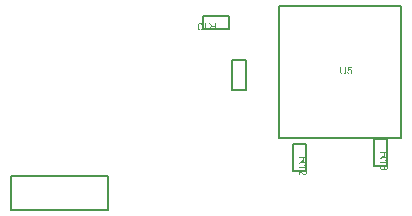
<source format=gbr>
G04*
G04 #@! TF.GenerationSoftware,Altium Limited,Altium Designer,25.8.1 (18)*
G04*
G04 Layer_Color=8388736*
%FSLAX44Y44*%
%MOMM*%
G71*
G04*
G04 #@! TF.SameCoordinates,DC2A109C-38F9-4662-A5C9-921089D2BF11*
G04*
G04*
G04 #@! TF.FilePolarity,Positive*
G04*
G01*
G75*
%ADD12C,0.2000*%
G36*
X-22224Y44391D02*
X-25141D01*
X-25196Y44396D01*
X-25270D01*
X-25353Y44401D01*
X-25441Y44405D01*
X-25543Y44415D01*
X-25645Y44424D01*
X-25751Y44433D01*
X-25968Y44465D01*
X-26070Y44484D01*
X-26172Y44507D01*
X-26269Y44535D01*
X-26357Y44567D01*
X-26361D01*
X-26375Y44576D01*
X-26398Y44585D01*
X-26430Y44599D01*
X-26467Y44618D01*
X-26509Y44646D01*
X-26560Y44673D01*
X-26611Y44706D01*
X-26666Y44747D01*
X-26726Y44789D01*
X-26786Y44840D01*
X-26847Y44895D01*
X-26902Y44960D01*
X-26962Y45025D01*
X-27018Y45099D01*
X-27069Y45177D01*
X-27073Y45182D01*
X-27082Y45196D01*
X-27092Y45219D01*
X-27110Y45251D01*
X-27129Y45293D01*
X-27152Y45344D01*
X-27179Y45399D01*
X-27202Y45459D01*
X-27226Y45529D01*
X-27253Y45602D01*
X-27276Y45681D01*
X-27295Y45764D01*
X-27313Y45852D01*
X-27327Y45945D01*
X-27332Y46042D01*
X-27337Y46139D01*
Y46148D01*
Y46167D01*
X-27332Y46203D01*
Y46254D01*
X-27323Y46310D01*
X-27313Y46379D01*
X-27300Y46453D01*
X-27281Y46536D01*
X-27258Y46624D01*
X-27230Y46717D01*
X-27193Y46814D01*
X-27152Y46911D01*
X-27101Y47008D01*
X-27041Y47100D01*
X-26971Y47197D01*
X-26893Y47285D01*
X-26888Y47290D01*
X-26874Y47304D01*
X-26847Y47327D01*
X-26810Y47359D01*
X-26763Y47396D01*
X-26703Y47438D01*
X-26639Y47484D01*
X-26560Y47535D01*
X-26467Y47586D01*
X-26370Y47637D01*
X-26255Y47683D01*
X-26135Y47734D01*
X-26001Y47775D01*
X-25857Y47817D01*
X-25700Y47849D01*
X-25534Y47877D01*
X-25538D01*
X-25548Y47886D01*
X-25566Y47891D01*
X-25589Y47905D01*
X-25617Y47919D01*
X-25649Y47937D01*
X-25723Y47979D01*
X-25807Y48025D01*
X-25890Y48080D01*
X-25968Y48136D01*
X-26042Y48196D01*
X-26047Y48200D01*
X-26061Y48210D01*
X-26079Y48233D01*
X-26107Y48256D01*
X-26139Y48293D01*
X-26176Y48330D01*
X-26223Y48376D01*
X-26269Y48432D01*
X-26320Y48492D01*
X-26375Y48556D01*
X-26435Y48626D01*
X-26495Y48700D01*
X-26555Y48783D01*
X-26620Y48866D01*
X-26745Y49051D01*
X-27850Y50789D01*
X-26791D01*
X-25945Y49458D01*
X-25940Y49453D01*
X-25927Y49435D01*
X-25908Y49402D01*
X-25885Y49366D01*
X-25853Y49315D01*
X-25816Y49259D01*
X-25774Y49199D01*
X-25733Y49134D01*
X-25635Y48991D01*
X-25534Y48843D01*
X-25432Y48704D01*
X-25381Y48640D01*
X-25335Y48580D01*
X-25330Y48575D01*
X-25326Y48566D01*
X-25312Y48552D01*
X-25293Y48529D01*
X-25247Y48473D01*
X-25192Y48409D01*
X-25122Y48339D01*
X-25053Y48265D01*
X-24979Y48200D01*
X-24905Y48150D01*
X-24896Y48145D01*
X-24873Y48131D01*
X-24836Y48108D01*
X-24785Y48085D01*
X-24729Y48057D01*
X-24665Y48025D01*
X-24595Y48002D01*
X-24521Y47979D01*
X-24517D01*
X-24494Y47974D01*
X-24457Y47969D01*
X-24410Y47960D01*
X-24346Y47955D01*
X-24262Y47951D01*
X-24165Y47946D01*
X-23070D01*
Y50789D01*
X-22224D01*
Y44391D01*
D02*
G37*
G36*
X-30517Y45787D02*
X-30512Y45792D01*
X-30503Y45801D01*
X-30489Y45815D01*
X-30466Y45834D01*
X-30438Y45857D01*
X-30401Y45889D01*
X-30360Y45922D01*
X-30318Y45958D01*
X-30263Y45995D01*
X-30207Y46042D01*
X-30147Y46083D01*
X-30082Y46134D01*
X-30009Y46180D01*
X-29935Y46231D01*
X-29768Y46333D01*
X-29764Y46338D01*
X-29750Y46347D01*
X-29722Y46361D01*
X-29690Y46375D01*
X-29653Y46398D01*
X-29606Y46425D01*
X-29551Y46453D01*
X-29495Y46486D01*
X-29366Y46550D01*
X-29227Y46615D01*
X-29084Y46680D01*
X-28945Y46735D01*
Y45977D01*
X-28955Y45972D01*
X-28973Y45963D01*
X-29010Y45945D01*
X-29056Y45922D01*
X-29112Y45894D01*
X-29181Y45857D01*
X-29255Y45815D01*
X-29334Y45769D01*
X-29422Y45714D01*
X-29514Y45658D01*
X-29708Y45529D01*
X-29907Y45385D01*
X-30096Y45228D01*
X-30101Y45223D01*
X-30120Y45210D01*
X-30143Y45187D01*
X-30175Y45154D01*
X-30217Y45113D01*
X-30263Y45066D01*
X-30314Y45011D01*
X-30369Y44955D01*
X-30425Y44891D01*
X-30485Y44821D01*
X-30600Y44678D01*
X-30707Y44525D01*
X-30753Y44447D01*
X-30794Y44368D01*
X-31303D01*
Y50789D01*
X-30517D01*
Y45787D01*
D02*
G37*
G36*
X-35311Y50891D02*
X-35246Y50886D01*
X-35168Y50877D01*
X-35075Y50859D01*
X-34978Y50840D01*
X-34867Y50812D01*
X-34752Y50780D01*
X-34636Y50734D01*
X-34516Y50683D01*
X-34391Y50618D01*
X-34271Y50544D01*
X-34155Y50457D01*
X-34044Y50355D01*
X-33943Y50239D01*
Y50235D01*
X-33938Y50230D01*
X-33929Y50216D01*
X-33915Y50202D01*
X-33901Y50179D01*
X-33883Y50151D01*
X-33864Y50124D01*
X-33846Y50087D01*
X-33822Y50045D01*
X-33795Y49999D01*
X-33772Y49948D01*
X-33744Y49893D01*
X-33716Y49828D01*
X-33688Y49763D01*
X-33656Y49689D01*
X-33628Y49615D01*
X-33600Y49532D01*
X-33568Y49444D01*
X-33540Y49352D01*
X-33513Y49250D01*
X-33485Y49148D01*
X-33462Y49037D01*
X-33434Y48926D01*
X-33411Y48801D01*
X-33393Y48677D01*
X-33374Y48547D01*
X-33356Y48409D01*
X-33342Y48265D01*
X-33328Y48117D01*
X-33323Y47965D01*
X-33314Y47803D01*
Y47637D01*
Y47632D01*
Y47623D01*
Y47609D01*
Y47586D01*
Y47558D01*
Y47526D01*
X-33319Y47489D01*
Y47447D01*
X-33323Y47355D01*
X-33328Y47244D01*
X-33332Y47119D01*
X-33342Y46985D01*
X-33356Y46841D01*
X-33369Y46694D01*
X-33411Y46388D01*
X-33439Y46236D01*
X-33471Y46088D01*
X-33503Y45945D01*
X-33545Y45811D01*
X-33550Y45801D01*
X-33554Y45778D01*
X-33568Y45746D01*
X-33587Y45695D01*
X-33614Y45640D01*
X-33642Y45570D01*
X-33679Y45496D01*
X-33721Y45418D01*
X-33762Y45334D01*
X-33818Y45247D01*
X-33873Y45154D01*
X-33933Y45066D01*
X-34003Y44978D01*
X-34077Y44895D01*
X-34155Y44817D01*
X-34238Y44743D01*
X-34243Y44738D01*
X-34262Y44724D01*
X-34285Y44706D01*
X-34322Y44683D01*
X-34368Y44655D01*
X-34423Y44623D01*
X-34483Y44590D01*
X-34557Y44553D01*
X-34636Y44521D01*
X-34724Y44488D01*
X-34821Y44456D01*
X-34923Y44428D01*
X-35034Y44401D01*
X-35149Y44382D01*
X-35269Y44373D01*
X-35399Y44368D01*
X-35450D01*
X-35487Y44373D01*
X-35528D01*
X-35584Y44377D01*
X-35639Y44387D01*
X-35704Y44396D01*
X-35842Y44419D01*
X-35995Y44456D01*
X-36152Y44507D01*
X-36226Y44539D01*
X-36300Y44576D01*
X-36305D01*
X-36319Y44585D01*
X-36337Y44599D01*
X-36365Y44613D01*
X-36397Y44636D01*
X-36434Y44664D01*
X-36481Y44692D01*
X-36527Y44729D01*
X-36628Y44812D01*
X-36735Y44918D01*
X-36841Y45038D01*
X-36938Y45177D01*
X-36943Y45182D01*
X-36947Y45196D01*
X-36961Y45219D01*
X-36980Y45247D01*
X-37003Y45284D01*
X-37026Y45330D01*
X-37054Y45381D01*
X-37081Y45441D01*
X-37114Y45505D01*
X-37146Y45579D01*
X-37178Y45658D01*
X-37215Y45741D01*
X-37248Y45829D01*
X-37276Y45922D01*
X-37308Y46023D01*
X-37336Y46125D01*
Y46129D01*
X-37340Y46153D01*
X-37350Y46180D01*
X-37359Y46227D01*
X-37368Y46282D01*
X-37382Y46351D01*
X-37396Y46430D01*
X-37410Y46522D01*
X-37424Y46624D01*
X-37437Y46740D01*
X-37451Y46865D01*
X-37460Y46999D01*
X-37470Y47142D01*
X-37479Y47299D01*
X-37484Y47461D01*
Y47637D01*
Y47641D01*
Y47650D01*
Y47664D01*
Y47687D01*
Y47710D01*
Y47743D01*
X-37479Y47780D01*
Y47821D01*
X-37474Y47919D01*
X-37470Y48029D01*
X-37465Y48150D01*
X-37456Y48284D01*
X-37442Y48427D01*
X-37428Y48575D01*
X-37387Y48875D01*
X-37359Y49028D01*
X-37327Y49176D01*
X-37290Y49319D01*
X-37248Y49453D01*
X-37243Y49463D01*
X-37239Y49486D01*
X-37225Y49518D01*
X-37206Y49569D01*
X-37178Y49624D01*
X-37151Y49694D01*
X-37114Y49768D01*
X-37077Y49846D01*
X-37031Y49929D01*
X-36975Y50017D01*
X-36920Y50105D01*
X-36860Y50198D01*
X-36790Y50285D01*
X-36716Y50369D01*
X-36638Y50447D01*
X-36555Y50521D01*
X-36550Y50526D01*
X-36531Y50535D01*
X-36508Y50553D01*
X-36471Y50581D01*
X-36425Y50609D01*
X-36374Y50641D01*
X-36309Y50674D01*
X-36240Y50706D01*
X-36157Y50743D01*
X-36069Y50775D01*
X-35977Y50808D01*
X-35875Y50835D01*
X-35764Y50859D01*
X-35648Y50877D01*
X-35528Y50891D01*
X-35399Y50896D01*
X-35357D01*
X-35311Y50891D01*
D02*
G37*
G36*
X123623Y-61663D02*
X123618Y-61718D01*
Y-61792D01*
X123613Y-61875D01*
X123609Y-61963D01*
X123600Y-62065D01*
X123590Y-62167D01*
X123581Y-62273D01*
X123549Y-62490D01*
X123530Y-62592D01*
X123507Y-62694D01*
X123479Y-62791D01*
X123447Y-62878D01*
Y-62883D01*
X123438Y-62897D01*
X123428Y-62920D01*
X123415Y-62952D01*
X123396Y-62990D01*
X123368Y-63031D01*
X123341Y-63082D01*
X123308Y-63133D01*
X123267Y-63188D01*
X123225Y-63248D01*
X123174Y-63309D01*
X123119Y-63369D01*
X123054Y-63424D01*
X122989Y-63484D01*
X122915Y-63540D01*
X122837Y-63590D01*
X122832Y-63595D01*
X122818Y-63604D01*
X122795Y-63614D01*
X122763Y-63632D01*
X122721Y-63650D01*
X122670Y-63674D01*
X122615Y-63701D01*
X122555Y-63724D01*
X122485Y-63748D01*
X122411Y-63775D01*
X122333Y-63798D01*
X122250Y-63817D01*
X122162Y-63836D01*
X122069Y-63849D01*
X121972Y-63854D01*
X121875Y-63859D01*
X121866D01*
X121847D01*
X121810Y-63854D01*
X121760D01*
X121704Y-63845D01*
X121635Y-63836D01*
X121561Y-63822D01*
X121478Y-63803D01*
X121390Y-63780D01*
X121297Y-63752D01*
X121200Y-63715D01*
X121103Y-63674D01*
X121006Y-63623D01*
X120914Y-63563D01*
X120816Y-63493D01*
X120729Y-63415D01*
X120724Y-63410D01*
X120710Y-63396D01*
X120687Y-63369D01*
X120655Y-63332D01*
X120618Y-63285D01*
X120576Y-63225D01*
X120530Y-63161D01*
X120479Y-63082D01*
X120428Y-62990D01*
X120377Y-62892D01*
X120331Y-62777D01*
X120280Y-62657D01*
X120239Y-62523D01*
X120197Y-62379D01*
X120165Y-62222D01*
X120137Y-62056D01*
Y-62060D01*
X120128Y-62070D01*
X120123Y-62088D01*
X120109Y-62111D01*
X120095Y-62139D01*
X120077Y-62171D01*
X120035Y-62245D01*
X119989Y-62328D01*
X119934Y-62412D01*
X119878Y-62490D01*
X119818Y-62564D01*
X119813Y-62569D01*
X119804Y-62583D01*
X119781Y-62601D01*
X119758Y-62629D01*
X119721Y-62661D01*
X119684Y-62698D01*
X119638Y-62744D01*
X119582Y-62791D01*
X119522Y-62842D01*
X119457Y-62897D01*
X119388Y-62957D01*
X119314Y-63017D01*
X119231Y-63077D01*
X119148Y-63142D01*
X118963Y-63267D01*
X117225Y-64372D01*
Y-63313D01*
X118556Y-62467D01*
X118561Y-62463D01*
X118579Y-62449D01*
X118611Y-62430D01*
X118649Y-62407D01*
X118699Y-62375D01*
X118755Y-62338D01*
X118815Y-62296D01*
X118880Y-62255D01*
X119023Y-62157D01*
X119171Y-62056D01*
X119310Y-61954D01*
X119374Y-61903D01*
X119434Y-61857D01*
X119439Y-61852D01*
X119448Y-61848D01*
X119462Y-61834D01*
X119485Y-61815D01*
X119541Y-61769D01*
X119605Y-61714D01*
X119675Y-61644D01*
X119749Y-61575D01*
X119813Y-61501D01*
X119864Y-61427D01*
X119869Y-61418D01*
X119883Y-61395D01*
X119906Y-61358D01*
X119929Y-61307D01*
X119957Y-61251D01*
X119989Y-61187D01*
X120012Y-61117D01*
X120035Y-61043D01*
Y-61039D01*
X120040Y-61016D01*
X120044Y-60979D01*
X120054Y-60932D01*
X120058Y-60868D01*
X120063Y-60784D01*
X120068Y-60687D01*
Y-59592D01*
X117225D01*
Y-58746D01*
X123623D01*
Y-61663D01*
D02*
G37*
G36*
X122042Y-65477D02*
X122051Y-65495D01*
X122069Y-65532D01*
X122092Y-65578D01*
X122120Y-65634D01*
X122157Y-65703D01*
X122199Y-65777D01*
X122245Y-65856D01*
X122301Y-65943D01*
X122356Y-66036D01*
X122485Y-66230D01*
X122629Y-66429D01*
X122786Y-66618D01*
X122790Y-66623D01*
X122804Y-66642D01*
X122828Y-66665D01*
X122860Y-66697D01*
X122901Y-66739D01*
X122948Y-66785D01*
X123003Y-66836D01*
X123059Y-66891D01*
X123123Y-66947D01*
X123193Y-67007D01*
X123336Y-67122D01*
X123489Y-67229D01*
X123567Y-67275D01*
X123646Y-67316D01*
Y-67825D01*
X117225D01*
Y-67039D01*
X122226D01*
X122222Y-67034D01*
X122213Y-67025D01*
X122199Y-67011D01*
X122180Y-66988D01*
X122157Y-66961D01*
X122125Y-66923D01*
X122092Y-66882D01*
X122056Y-66840D01*
X122018Y-66785D01*
X121972Y-66729D01*
X121931Y-66669D01*
X121880Y-66604D01*
X121834Y-66531D01*
X121783Y-66457D01*
X121681Y-66290D01*
X121676Y-66286D01*
X121667Y-66272D01*
X121653Y-66244D01*
X121639Y-66212D01*
X121616Y-66175D01*
X121589Y-66128D01*
X121561Y-66073D01*
X121529Y-66017D01*
X121464Y-65888D01*
X121399Y-65749D01*
X121334Y-65606D01*
X121279Y-65467D01*
X122037D01*
X122042Y-65477D01*
D02*
G37*
G36*
X119018Y-70626D02*
X119009D01*
X118990Y-70631D01*
X118954Y-70640D01*
X118907Y-70654D01*
X118852Y-70668D01*
X118792Y-70686D01*
X118722Y-70710D01*
X118649Y-70733D01*
X118487Y-70797D01*
X118329Y-70876D01*
X118251Y-70922D01*
X118177Y-70973D01*
X118112Y-71024D01*
X118052Y-71084D01*
X118048Y-71089D01*
X118038Y-71098D01*
X118024Y-71116D01*
X118006Y-71144D01*
X117983Y-71172D01*
X117960Y-71213D01*
X117932Y-71255D01*
X117909Y-71306D01*
X117881Y-71361D01*
X117853Y-71421D01*
X117830Y-71486D01*
X117807Y-71556D01*
X117789Y-71630D01*
X117775Y-71708D01*
X117766Y-71787D01*
X117761Y-71874D01*
Y-71898D01*
X117766Y-71930D01*
Y-71967D01*
X117775Y-72018D01*
X117779Y-72073D01*
X117793Y-72133D01*
X117807Y-72203D01*
X117830Y-72272D01*
X117853Y-72351D01*
X117886Y-72429D01*
X117923Y-72508D01*
X117969Y-72586D01*
X118020Y-72665D01*
X118075Y-72739D01*
X118145Y-72813D01*
X118149Y-72818D01*
X118163Y-72831D01*
X118182Y-72850D01*
X118214Y-72873D01*
X118251Y-72901D01*
X118297Y-72933D01*
X118348Y-72970D01*
X118408Y-73007D01*
X118473Y-73039D01*
X118547Y-73076D01*
X118621Y-73109D01*
X118709Y-73137D01*
X118796Y-73160D01*
X118889Y-73178D01*
X118990Y-73192D01*
X119092Y-73197D01*
X119097D01*
X119115D01*
X119143D01*
X119185Y-73192D01*
X119226Y-73187D01*
X119282Y-73178D01*
X119342Y-73169D01*
X119407Y-73150D01*
X119476Y-73132D01*
X119550Y-73109D01*
X119624Y-73081D01*
X119698Y-73049D01*
X119772Y-73007D01*
X119846Y-72956D01*
X119915Y-72905D01*
X119984Y-72841D01*
X119989Y-72836D01*
X119998Y-72827D01*
X120017Y-72804D01*
X120040Y-72776D01*
X120068Y-72744D01*
X120095Y-72702D01*
X120128Y-72651D01*
X120160Y-72596D01*
X120192Y-72536D01*
X120225Y-72466D01*
X120253Y-72392D01*
X120280Y-72314D01*
X120303Y-72231D01*
X120322Y-72138D01*
X120331Y-72046D01*
X120336Y-71944D01*
Y-71902D01*
X120331Y-71856D01*
X120326Y-71791D01*
X120317Y-71708D01*
X120299Y-71616D01*
X120280Y-71509D01*
X120253Y-71389D01*
X120941Y-71477D01*
Y-71491D01*
X120937Y-71505D01*
Y-71523D01*
X120932Y-71565D01*
Y-71653D01*
X120937Y-71685D01*
X120941Y-71731D01*
X120946Y-71782D01*
X120955Y-71838D01*
X120964Y-71902D01*
X120978Y-71972D01*
X120997Y-72041D01*
X121043Y-72193D01*
X121071Y-72272D01*
X121108Y-72351D01*
X121145Y-72429D01*
X121191Y-72503D01*
X121196Y-72508D01*
X121205Y-72522D01*
X121219Y-72540D01*
X121242Y-72568D01*
X121270Y-72596D01*
X121302Y-72633D01*
X121343Y-72665D01*
X121390Y-72707D01*
X121445Y-72744D01*
X121505Y-72781D01*
X121570Y-72813D01*
X121644Y-72841D01*
X121723Y-72868D01*
X121810Y-72887D01*
X121903Y-72901D01*
X122000Y-72905D01*
X122005D01*
X122018D01*
X122042D01*
X122074Y-72901D01*
X122106Y-72896D01*
X122153Y-72892D01*
X122199Y-72882D01*
X122250Y-72868D01*
X122361Y-72831D01*
X122421Y-72808D01*
X122481Y-72781D01*
X122541Y-72748D01*
X122601Y-72707D01*
X122656Y-72660D01*
X122712Y-72610D01*
X122717Y-72605D01*
X122726Y-72596D01*
X122740Y-72582D01*
X122758Y-72559D01*
X122777Y-72526D01*
X122804Y-72494D01*
X122828Y-72452D01*
X122855Y-72406D01*
X122883Y-72355D01*
X122906Y-72300D01*
X122934Y-72235D01*
X122952Y-72170D01*
X122971Y-72096D01*
X122985Y-72022D01*
X122994Y-71939D01*
X122999Y-71856D01*
Y-71810D01*
X122994Y-71782D01*
X122989Y-71740D01*
X122985Y-71694D01*
X122975Y-71643D01*
X122962Y-71588D01*
X122929Y-71468D01*
X122906Y-71408D01*
X122874Y-71343D01*
X122841Y-71278D01*
X122804Y-71213D01*
X122758Y-71153D01*
X122707Y-71093D01*
X122703Y-71089D01*
X122693Y-71079D01*
X122675Y-71066D01*
X122652Y-71042D01*
X122624Y-71019D01*
X122587Y-70992D01*
X122541Y-70964D01*
X122495Y-70932D01*
X122435Y-70899D01*
X122370Y-70867D01*
X122301Y-70830D01*
X122222Y-70802D01*
X122139Y-70770D01*
X122051Y-70746D01*
X121954Y-70723D01*
X121847Y-70705D01*
X121986Y-69919D01*
X121991D01*
X121995D01*
X122023Y-69928D01*
X122060Y-69938D01*
X122116Y-69951D01*
X122185Y-69970D01*
X122259Y-69993D01*
X122342Y-70021D01*
X122435Y-70053D01*
X122532Y-70095D01*
X122633Y-70141D01*
X122735Y-70196D01*
X122837Y-70257D01*
X122938Y-70321D01*
X123035Y-70395D01*
X123128Y-70478D01*
X123211Y-70571D01*
X123216Y-70575D01*
X123230Y-70594D01*
X123253Y-70622D01*
X123280Y-70663D01*
X123313Y-70714D01*
X123350Y-70774D01*
X123387Y-70844D01*
X123428Y-70922D01*
X123470Y-71010D01*
X123507Y-71107D01*
X123544Y-71209D01*
X123576Y-71320D01*
X123604Y-71440D01*
X123627Y-71569D01*
X123641Y-71704D01*
X123646Y-71842D01*
Y-71893D01*
X123641Y-71930D01*
Y-71976D01*
X123632Y-72032D01*
X123627Y-72092D01*
X123618Y-72157D01*
X123604Y-72231D01*
X123590Y-72304D01*
X123549Y-72466D01*
X123525Y-72554D01*
X123493Y-72637D01*
X123461Y-72720D01*
X123419Y-72804D01*
X123415Y-72808D01*
X123410Y-72822D01*
X123396Y-72845D01*
X123378Y-72878D01*
X123355Y-72915D01*
X123327Y-72956D01*
X123294Y-73003D01*
X123257Y-73053D01*
X123170Y-73164D01*
X123063Y-73275D01*
X122943Y-73382D01*
X122874Y-73432D01*
X122804Y-73479D01*
X122800Y-73483D01*
X122786Y-73488D01*
X122767Y-73502D01*
X122735Y-73516D01*
X122703Y-73534D01*
X122656Y-73553D01*
X122610Y-73576D01*
X122555Y-73599D01*
X122495Y-73617D01*
X122435Y-73640D01*
X122296Y-73677D01*
X122143Y-73705D01*
X122065Y-73710D01*
X121981Y-73714D01*
X121977D01*
X121963D01*
X121940D01*
X121912Y-73710D01*
X121875D01*
X121834Y-73700D01*
X121783Y-73696D01*
X121732Y-73687D01*
X121612Y-73659D01*
X121487Y-73617D01*
X121422Y-73594D01*
X121353Y-73562D01*
X121288Y-73530D01*
X121223Y-73488D01*
X121219Y-73483D01*
X121209Y-73479D01*
X121191Y-73465D01*
X121168Y-73446D01*
X121140Y-73423D01*
X121108Y-73395D01*
X121071Y-73363D01*
X121029Y-73321D01*
X120988Y-73280D01*
X120946Y-73229D01*
X120900Y-73178D01*
X120854Y-73118D01*
X120812Y-73053D01*
X120766Y-72984D01*
X120724Y-72910D01*
X120687Y-72831D01*
Y-72836D01*
X120682Y-72854D01*
X120673Y-72887D01*
X120659Y-72924D01*
X120646Y-72975D01*
X120622Y-73030D01*
X120599Y-73090D01*
X120567Y-73155D01*
X120535Y-73224D01*
X120493Y-73298D01*
X120451Y-73372D01*
X120400Y-73446D01*
X120345Y-73516D01*
X120285Y-73585D01*
X120216Y-73654D01*
X120142Y-73714D01*
X120137Y-73719D01*
X120123Y-73728D01*
X120100Y-73742D01*
X120068Y-73765D01*
X120026Y-73788D01*
X119980Y-73816D01*
X119924Y-73844D01*
X119860Y-73872D01*
X119786Y-73899D01*
X119707Y-73932D01*
X119624Y-73955D01*
X119531Y-73978D01*
X119434Y-74001D01*
X119333Y-74015D01*
X119226Y-74024D01*
X119111Y-74029D01*
X119101D01*
X119074D01*
X119028Y-74024D01*
X118972Y-74019D01*
X118898Y-74010D01*
X118815Y-73996D01*
X118722Y-73978D01*
X118621Y-73950D01*
X118510Y-73918D01*
X118399Y-73881D01*
X118279Y-73830D01*
X118158Y-73770D01*
X118038Y-73700D01*
X117918Y-73617D01*
X117802Y-73520D01*
X117691Y-73414D01*
X117687Y-73405D01*
X117668Y-73386D01*
X117636Y-73354D01*
X117599Y-73303D01*
X117557Y-73243D01*
X117507Y-73173D01*
X117456Y-73086D01*
X117400Y-72993D01*
X117345Y-72887D01*
X117294Y-72767D01*
X117243Y-72642D01*
X117201Y-72503D01*
X117164Y-72360D01*
X117132Y-72203D01*
X117114Y-72041D01*
X117109Y-71870D01*
Y-71833D01*
X117114Y-71787D01*
X117118Y-71731D01*
X117123Y-71657D01*
X117137Y-71574D01*
X117151Y-71482D01*
X117174Y-71380D01*
X117197Y-71273D01*
X117229Y-71158D01*
X117271Y-71042D01*
X117322Y-70922D01*
X117377Y-70807D01*
X117442Y-70691D01*
X117521Y-70575D01*
X117608Y-70469D01*
X117613Y-70465D01*
X117631Y-70446D01*
X117659Y-70418D01*
X117701Y-70381D01*
X117752Y-70340D01*
X117812Y-70289D01*
X117881Y-70238D01*
X117960Y-70183D01*
X118048Y-70127D01*
X118149Y-70072D01*
X118256Y-70021D01*
X118371Y-69970D01*
X118496Y-69928D01*
X118625Y-69887D01*
X118764Y-69859D01*
X118912Y-69840D01*
X119018Y-70626D01*
D02*
G37*
G36*
X88127Y9899D02*
Y9894D01*
Y9890D01*
Y9876D01*
Y9857D01*
Y9834D01*
Y9807D01*
X88123Y9742D01*
Y9659D01*
X88118Y9566D01*
X88109Y9460D01*
X88099Y9349D01*
X88086Y9229D01*
X88072Y9104D01*
X88035Y8850D01*
X88007Y8720D01*
X87979Y8600D01*
X87942Y8480D01*
X87905Y8369D01*
X87901Y8364D01*
X87896Y8346D01*
X87882Y8313D01*
X87864Y8276D01*
X87836Y8225D01*
X87808Y8170D01*
X87771Y8110D01*
X87725Y8041D01*
X87674Y7967D01*
X87619Y7893D01*
X87554Y7819D01*
X87480Y7740D01*
X87402Y7661D01*
X87318Y7588D01*
X87221Y7514D01*
X87120Y7444D01*
X87115Y7440D01*
X87092Y7430D01*
X87059Y7412D01*
X87018Y7389D01*
X86958Y7361D01*
X86893Y7333D01*
X86810Y7301D01*
X86722Y7269D01*
X86616Y7236D01*
X86505Y7204D01*
X86384Y7176D01*
X86250Y7148D01*
X86107Y7125D01*
X85955Y7107D01*
X85797Y7097D01*
X85626Y7093D01*
X85539D01*
X85478Y7097D01*
X85400Y7102D01*
X85312Y7111D01*
X85210Y7121D01*
X85104Y7130D01*
X84988Y7148D01*
X84868Y7167D01*
X84748Y7195D01*
X84623Y7222D01*
X84503Y7259D01*
X84378Y7301D01*
X84263Y7347D01*
X84152Y7403D01*
X84147Y7407D01*
X84129Y7416D01*
X84096Y7435D01*
X84059Y7458D01*
X84013Y7491D01*
X83958Y7532D01*
X83902Y7578D01*
X83837Y7629D01*
X83773Y7689D01*
X83703Y7759D01*
X83634Y7828D01*
X83569Y7911D01*
X83504Y7994D01*
X83444Y8091D01*
X83389Y8188D01*
X83338Y8295D01*
X83333Y8304D01*
X83329Y8323D01*
X83315Y8355D01*
X83301Y8401D01*
X83283Y8461D01*
X83264Y8535D01*
X83241Y8618D01*
X83218Y8716D01*
X83195Y8826D01*
X83172Y8947D01*
X83153Y9076D01*
X83135Y9219D01*
X83121Y9372D01*
X83107Y9538D01*
X83102Y9714D01*
X83098Y9899D01*
Y13597D01*
X83944D01*
Y9904D01*
Y9894D01*
Y9867D01*
Y9825D01*
X83948Y9769D01*
Y9700D01*
X83953Y9622D01*
X83958Y9534D01*
X83962Y9437D01*
X83971Y9340D01*
X83981Y9238D01*
X84008Y9035D01*
X84027Y8937D01*
X84045Y8840D01*
X84068Y8752D01*
X84096Y8674D01*
Y8669D01*
X84105Y8655D01*
X84115Y8637D01*
X84129Y8609D01*
X84142Y8577D01*
X84165Y8540D01*
X84221Y8452D01*
X84295Y8355D01*
X84337Y8304D01*
X84387Y8253D01*
X84438Y8202D01*
X84498Y8156D01*
X84558Y8110D01*
X84628Y8068D01*
X84632D01*
X84646Y8059D01*
X84665Y8050D01*
X84697Y8036D01*
X84734Y8018D01*
X84776Y7999D01*
X84827Y7980D01*
X84887Y7962D01*
X84951Y7944D01*
X85021Y7925D01*
X85095Y7907D01*
X85178Y7888D01*
X85266Y7874D01*
X85358Y7865D01*
X85451Y7860D01*
X85552Y7856D01*
X85594D01*
X85640Y7860D01*
X85705D01*
X85784Y7869D01*
X85867Y7879D01*
X85964Y7893D01*
X86070Y7907D01*
X86176Y7930D01*
X86287Y7957D01*
X86398Y7994D01*
X86509Y8031D01*
X86616Y8082D01*
X86713Y8138D01*
X86805Y8202D01*
X86884Y8276D01*
X86888Y8281D01*
X86902Y8295D01*
X86921Y8323D01*
X86944Y8360D01*
X86976Y8410D01*
X87008Y8475D01*
X87045Y8549D01*
X87083Y8641D01*
X87120Y8743D01*
X87156Y8859D01*
X87189Y8993D01*
X87221Y9141D01*
X87244Y9307D01*
X87263Y9488D01*
X87277Y9686D01*
X87281Y9904D01*
Y13597D01*
X88127D01*
Y9899D01*
D02*
G37*
G36*
X93161Y12765D02*
X90601D01*
X90258Y11041D01*
X90263Y11045D01*
X90286Y11059D01*
X90314Y11078D01*
X90360Y11106D01*
X90411Y11133D01*
X90471Y11170D01*
X90545Y11203D01*
X90624Y11244D01*
X90711Y11281D01*
X90804Y11318D01*
X90906Y11351D01*
X91007Y11378D01*
X91118Y11406D01*
X91229Y11424D01*
X91349Y11438D01*
X91465Y11443D01*
X91502D01*
X91548Y11438D01*
X91604Y11434D01*
X91678Y11424D01*
X91761Y11411D01*
X91858Y11392D01*
X91960Y11369D01*
X92066Y11341D01*
X92182Y11300D01*
X92297Y11253D01*
X92417Y11198D01*
X92537Y11129D01*
X92658Y11055D01*
X92773Y10962D01*
X92884Y10861D01*
X92889Y10856D01*
X92907Y10833D01*
X92940Y10800D01*
X92977Y10754D01*
X93018Y10699D01*
X93069Y10629D01*
X93120Y10546D01*
X93175Y10454D01*
X93226Y10352D01*
X93277Y10241D01*
X93328Y10116D01*
X93374Y9987D01*
X93406Y9844D01*
X93439Y9691D01*
X93457Y9534D01*
X93462Y9367D01*
Y9363D01*
Y9358D01*
Y9344D01*
Y9330D01*
X93457Y9284D01*
X93453Y9224D01*
X93448Y9145D01*
X93434Y9058D01*
X93420Y8960D01*
X93397Y8854D01*
X93370Y8739D01*
X93337Y8618D01*
X93295Y8494D01*
X93249Y8369D01*
X93189Y8239D01*
X93120Y8115D01*
X93041Y7990D01*
X92954Y7869D01*
X92944Y7860D01*
X92926Y7837D01*
X92889Y7800D01*
X92843Y7749D01*
X92778Y7689D01*
X92704Y7624D01*
X92616Y7555D01*
X92514Y7481D01*
X92399Y7407D01*
X92274Y7338D01*
X92135Y7273D01*
X91983Y7213D01*
X91821Y7167D01*
X91650Y7125D01*
X91465Y7102D01*
X91271Y7093D01*
X91234D01*
X91187Y7097D01*
X91128Y7102D01*
X91053Y7107D01*
X90966Y7121D01*
X90869Y7135D01*
X90767Y7153D01*
X90656Y7181D01*
X90540Y7213D01*
X90420Y7250D01*
X90300Y7296D01*
X90184Y7352D01*
X90064Y7416D01*
X89953Y7495D01*
X89847Y7578D01*
X89842Y7583D01*
X89824Y7601D01*
X89796Y7629D01*
X89759Y7666D01*
X89718Y7717D01*
X89667Y7777D01*
X89616Y7846D01*
X89560Y7925D01*
X89505Y8013D01*
X89454Y8110D01*
X89398Y8216D01*
X89348Y8332D01*
X89306Y8457D01*
X89269Y8591D01*
X89237Y8729D01*
X89218Y8877D01*
X90041Y8947D01*
Y8942D01*
X90046Y8919D01*
X90050Y8891D01*
X90060Y8850D01*
X90073Y8799D01*
X90087Y8739D01*
X90106Y8674D01*
X90129Y8605D01*
X90184Y8461D01*
X90217Y8383D01*
X90254Y8309D01*
X90300Y8235D01*
X90346Y8165D01*
X90402Y8101D01*
X90462Y8041D01*
X90466Y8036D01*
X90476Y8027D01*
X90494Y8013D01*
X90522Y7994D01*
X90554Y7971D01*
X90596Y7944D01*
X90637Y7920D01*
X90688Y7893D01*
X90744Y7860D01*
X90808Y7837D01*
X90873Y7809D01*
X90947Y7786D01*
X91021Y7768D01*
X91100Y7754D01*
X91183Y7745D01*
X91271Y7740D01*
X91299D01*
X91326Y7745D01*
X91368D01*
X91414Y7754D01*
X91474Y7763D01*
X91539Y7777D01*
X91608Y7796D01*
X91682Y7814D01*
X91761Y7842D01*
X91839Y7879D01*
X91923Y7920D01*
X92001Y7967D01*
X92084Y8027D01*
X92163Y8091D01*
X92237Y8165D01*
X92241Y8170D01*
X92255Y8184D01*
X92274Y8212D01*
X92297Y8244D01*
X92329Y8286D01*
X92362Y8336D01*
X92399Y8396D01*
X92436Y8466D01*
X92468Y8544D01*
X92505Y8628D01*
X92537Y8720D01*
X92570Y8822D01*
X92593Y8933D01*
X92611Y9048D01*
X92625Y9168D01*
X92630Y9298D01*
Y9307D01*
Y9326D01*
X92625Y9363D01*
Y9409D01*
X92621Y9464D01*
X92611Y9534D01*
X92598Y9603D01*
X92584Y9686D01*
X92561Y9769D01*
X92537Y9853D01*
X92505Y9941D01*
X92468Y10033D01*
X92427Y10121D01*
X92376Y10204D01*
X92316Y10287D01*
X92251Y10361D01*
X92246Y10366D01*
X92232Y10380D01*
X92214Y10398D01*
X92182Y10421D01*
X92144Y10454D01*
X92098Y10486D01*
X92047Y10518D01*
X91987Y10555D01*
X91918Y10592D01*
X91844Y10625D01*
X91765Y10662D01*
X91678Y10689D01*
X91580Y10713D01*
X91479Y10731D01*
X91372Y10745D01*
X91262Y10749D01*
X91224D01*
X91197Y10745D01*
X91164D01*
X91123Y10740D01*
X91081Y10736D01*
X91030Y10726D01*
X90924Y10708D01*
X90808Y10676D01*
X90688Y10634D01*
X90573Y10574D01*
X90568D01*
X90559Y10565D01*
X90545Y10555D01*
X90522Y10541D01*
X90466Y10504D01*
X90397Y10454D01*
X90323Y10389D01*
X90245Y10315D01*
X90166Y10227D01*
X90097Y10130D01*
X89357Y10227D01*
X89976Y13514D01*
X93161D01*
Y12765D01*
D02*
G37*
G36*
X54929Y-65819D02*
X54924Y-65874D01*
Y-65948D01*
X54919Y-66031D01*
X54915Y-66119D01*
X54906Y-66221D01*
X54896Y-66322D01*
X54887Y-66429D01*
X54855Y-66646D01*
X54836Y-66748D01*
X54813Y-66849D01*
X54785Y-66947D01*
X54753Y-67034D01*
Y-67039D01*
X54744Y-67053D01*
X54735Y-67076D01*
X54721Y-67108D01*
X54702Y-67145D01*
X54674Y-67187D01*
X54647Y-67238D01*
X54614Y-67289D01*
X54573Y-67344D01*
X54531Y-67404D01*
X54480Y-67464D01*
X54425Y-67524D01*
X54360Y-67580D01*
X54295Y-67640D01*
X54221Y-67695D01*
X54143Y-67746D01*
X54138Y-67751D01*
X54124Y-67760D01*
X54101Y-67769D01*
X54069Y-67788D01*
X54027Y-67806D01*
X53976Y-67830D01*
X53921Y-67857D01*
X53861Y-67880D01*
X53791Y-67903D01*
X53717Y-67931D01*
X53639Y-67954D01*
X53556Y-67973D01*
X53468Y-67991D01*
X53375Y-68005D01*
X53278Y-68010D01*
X53181Y-68014D01*
X53172D01*
X53154D01*
X53116Y-68010D01*
X53066D01*
X53010Y-68001D01*
X52941Y-67991D01*
X52867Y-67977D01*
X52784Y-67959D01*
X52696Y-67936D01*
X52603Y-67908D01*
X52506Y-67871D01*
X52409Y-67830D01*
X52312Y-67779D01*
X52220Y-67719D01*
X52123Y-67649D01*
X52035Y-67571D01*
X52030Y-67566D01*
X52016Y-67552D01*
X51993Y-67524D01*
X51961Y-67488D01*
X51924Y-67441D01*
X51882Y-67381D01*
X51836Y-67316D01*
X51785Y-67238D01*
X51734Y-67145D01*
X51683Y-67048D01*
X51637Y-66933D01*
X51586Y-66813D01*
X51545Y-66679D01*
X51503Y-66535D01*
X51471Y-66378D01*
X51443Y-66212D01*
Y-66216D01*
X51434Y-66225D01*
X51429Y-66244D01*
X51415Y-66267D01*
X51401Y-66295D01*
X51383Y-66327D01*
X51341Y-66401D01*
X51295Y-66484D01*
X51240Y-66568D01*
X51184Y-66646D01*
X51124Y-66720D01*
X51119Y-66725D01*
X51110Y-66739D01*
X51087Y-66757D01*
X51064Y-66785D01*
X51027Y-66817D01*
X50990Y-66854D01*
X50944Y-66900D01*
X50888Y-66947D01*
X50828Y-66997D01*
X50764Y-67053D01*
X50694Y-67113D01*
X50620Y-67173D01*
X50537Y-67233D01*
X50454Y-67298D01*
X50269Y-67423D01*
X48531Y-68528D01*
Y-67469D01*
X49862Y-66623D01*
X49867Y-66618D01*
X49885Y-66604D01*
X49917Y-66586D01*
X49955Y-66563D01*
X50005Y-66531D01*
X50061Y-66494D01*
X50121Y-66452D01*
X50186Y-66410D01*
X50329Y-66313D01*
X50477Y-66212D01*
X50616Y-66110D01*
X50680Y-66059D01*
X50740Y-66013D01*
X50745Y-66008D01*
X50754Y-66004D01*
X50768Y-65990D01*
X50791Y-65971D01*
X50847Y-65925D01*
X50911Y-65869D01*
X50981Y-65800D01*
X51055Y-65731D01*
X51119Y-65657D01*
X51170Y-65583D01*
X51175Y-65574D01*
X51189Y-65550D01*
X51212Y-65514D01*
X51235Y-65463D01*
X51263Y-65407D01*
X51295Y-65342D01*
X51318Y-65273D01*
X51341Y-65199D01*
Y-65195D01*
X51346Y-65171D01*
X51351Y-65135D01*
X51360Y-65088D01*
X51364Y-65023D01*
X51369Y-64940D01*
X51374Y-64843D01*
Y-63748D01*
X48531D01*
Y-62902D01*
X54929D01*
Y-65819D01*
D02*
G37*
G36*
X53348Y-69632D02*
X53357Y-69651D01*
X53375Y-69688D01*
X53398Y-69734D01*
X53426Y-69790D01*
X53463Y-69859D01*
X53505Y-69933D01*
X53551Y-70012D01*
X53607Y-70099D01*
X53662Y-70192D01*
X53791Y-70386D01*
X53935Y-70585D01*
X54092Y-70774D01*
X54096Y-70779D01*
X54110Y-70797D01*
X54134Y-70820D01*
X54166Y-70853D01*
X54208Y-70894D01*
X54254Y-70941D01*
X54309Y-70992D01*
X54365Y-71047D01*
X54429Y-71102D01*
X54499Y-71163D01*
X54642Y-71278D01*
X54795Y-71385D01*
X54873Y-71431D01*
X54952Y-71472D01*
Y-71981D01*
X48531D01*
Y-71195D01*
X53533D01*
X53528Y-71190D01*
X53519Y-71181D01*
X53505Y-71167D01*
X53486Y-71144D01*
X53463Y-71116D01*
X53431Y-71079D01*
X53398Y-71038D01*
X53362Y-70996D01*
X53324Y-70941D01*
X53278Y-70885D01*
X53237Y-70825D01*
X53186Y-70760D01*
X53140Y-70686D01*
X53089Y-70613D01*
X52987Y-70446D01*
X52982Y-70441D01*
X52973Y-70428D01*
X52959Y-70400D01*
X52945Y-70367D01*
X52922Y-70331D01*
X52895Y-70284D01*
X52867Y-70229D01*
X52835Y-70173D01*
X52770Y-70044D01*
X52705Y-69905D01*
X52640Y-69762D01*
X52585Y-69623D01*
X53343D01*
X53348Y-69632D01*
D02*
G37*
G36*
X48632Y-73899D02*
X48706Y-73904D01*
X48785Y-73913D01*
X48877Y-73927D01*
X48974Y-73950D01*
X49071Y-73983D01*
X49076D01*
X49090Y-73992D01*
X49113Y-74001D01*
X49145Y-74015D01*
X49187Y-74029D01*
X49233Y-74052D01*
X49284Y-74080D01*
X49340Y-74107D01*
X49404Y-74140D01*
X49469Y-74181D01*
X49612Y-74269D01*
X49765Y-74375D01*
X49922Y-74500D01*
X49927Y-74505D01*
X49941Y-74519D01*
X49964Y-74537D01*
X49996Y-74565D01*
X50038Y-74602D01*
X50084Y-74648D01*
X50139Y-74699D01*
X50199Y-74764D01*
X50269Y-74833D01*
X50343Y-74907D01*
X50421Y-74990D01*
X50509Y-75083D01*
X50597Y-75184D01*
X50690Y-75291D01*
X50787Y-75406D01*
X50888Y-75526D01*
X50893Y-75531D01*
X50897Y-75540D01*
X50911Y-75554D01*
X50925Y-75573D01*
X50948Y-75596D01*
X50971Y-75624D01*
X51032Y-75693D01*
X51101Y-75781D01*
X51189Y-75873D01*
X51281Y-75980D01*
X51383Y-76090D01*
X51489Y-76211D01*
X51600Y-76326D01*
X51711Y-76446D01*
X51827Y-76557D01*
X51938Y-76668D01*
X52044Y-76765D01*
X52150Y-76858D01*
X52247Y-76932D01*
X52252Y-76936D01*
X52270Y-76946D01*
X52298Y-76964D01*
X52331Y-76992D01*
X52377Y-77020D01*
X52428Y-77047D01*
X52488Y-77084D01*
X52552Y-77117D01*
X52622Y-77149D01*
X52696Y-77186D01*
X52858Y-77246D01*
X52941Y-77269D01*
X53024Y-77288D01*
X53107Y-77297D01*
X53190Y-77302D01*
X53195D01*
X53214D01*
X53237D01*
X53269Y-77297D01*
X53311Y-77292D01*
X53357Y-77283D01*
X53408Y-77274D01*
X53463Y-77260D01*
X53523Y-77242D01*
X53588Y-77218D01*
X53653Y-77191D01*
X53717Y-77158D01*
X53787Y-77121D01*
X53851Y-77075D01*
X53916Y-77024D01*
X53976Y-76964D01*
X53981Y-76960D01*
X53990Y-76950D01*
X54004Y-76932D01*
X54027Y-76904D01*
X54050Y-76872D01*
X54078Y-76830D01*
X54110Y-76784D01*
X54138Y-76733D01*
X54170Y-76673D01*
X54198Y-76608D01*
X54226Y-76534D01*
X54249Y-76460D01*
X54272Y-76377D01*
X54286Y-76289D01*
X54295Y-76197D01*
X54300Y-76100D01*
Y-76044D01*
X54295Y-76007D01*
X54291Y-75956D01*
X54281Y-75901D01*
X54272Y-75841D01*
X54258Y-75771D01*
X54240Y-75702D01*
X54217Y-75628D01*
X54189Y-75554D01*
X54157Y-75476D01*
X54115Y-75402D01*
X54069Y-75328D01*
X54018Y-75254D01*
X53958Y-75189D01*
X53953Y-75184D01*
X53944Y-75175D01*
X53921Y-75157D01*
X53898Y-75138D01*
X53861Y-75111D01*
X53819Y-75083D01*
X53768Y-75050D01*
X53713Y-75023D01*
X53653Y-74990D01*
X53579Y-74958D01*
X53505Y-74930D01*
X53422Y-74902D01*
X53329Y-74884D01*
X53232Y-74865D01*
X53130Y-74856D01*
X53019Y-74852D01*
X53103Y-74043D01*
X53107D01*
X53112D01*
X53126Y-74047D01*
X53144D01*
X53190Y-74052D01*
X53250Y-74066D01*
X53324Y-74080D01*
X53412Y-74098D01*
X53509Y-74121D01*
X53611Y-74149D01*
X53722Y-74186D01*
X53833Y-74227D01*
X53949Y-74278D01*
X54064Y-74338D01*
X54175Y-74403D01*
X54281Y-74482D01*
X54383Y-74565D01*
X54476Y-74662D01*
X54480Y-74667D01*
X54494Y-74685D01*
X54522Y-74717D01*
X54549Y-74759D01*
X54587Y-74815D01*
X54628Y-74879D01*
X54670Y-74958D01*
X54716Y-75046D01*
X54758Y-75147D01*
X54799Y-75254D01*
X54841Y-75374D01*
X54878Y-75503D01*
X54910Y-75642D01*
X54933Y-75790D01*
X54947Y-75947D01*
X54952Y-76114D01*
Y-76155D01*
X54947Y-76201D01*
X54942Y-76266D01*
X54938Y-76345D01*
X54924Y-76433D01*
X54910Y-76534D01*
X54887Y-76641D01*
X54859Y-76756D01*
X54827Y-76872D01*
X54785Y-76997D01*
X54735Y-77117D01*
X54674Y-77237D01*
X54610Y-77352D01*
X54531Y-77463D01*
X54439Y-77570D01*
X54434Y-77574D01*
X54415Y-77593D01*
X54388Y-77621D01*
X54346Y-77653D01*
X54300Y-77695D01*
X54240Y-77741D01*
X54170Y-77792D01*
X54092Y-77842D01*
X54004Y-77889D01*
X53907Y-77940D01*
X53801Y-77986D01*
X53690Y-78028D01*
X53569Y-78060D01*
X53445Y-78088D01*
X53311Y-78106D01*
X53172Y-78111D01*
X53167D01*
X53154D01*
X53135D01*
X53107D01*
X53070Y-78106D01*
X53033Y-78101D01*
X52987Y-78097D01*
X52936Y-78092D01*
X52821Y-78074D01*
X52691Y-78046D01*
X52557Y-78004D01*
X52418Y-77954D01*
X52414D01*
X52400Y-77944D01*
X52382Y-77935D01*
X52354Y-77921D01*
X52321Y-77907D01*
X52280Y-77884D01*
X52234Y-77861D01*
X52183Y-77829D01*
X52127Y-77796D01*
X52067Y-77759D01*
X51933Y-77667D01*
X51864Y-77616D01*
X51790Y-77561D01*
X51716Y-77496D01*
X51637Y-77431D01*
X51633Y-77427D01*
X51619Y-77413D01*
X51596Y-77394D01*
X51563Y-77362D01*
X51522Y-77320D01*
X51471Y-77269D01*
X51411Y-77214D01*
X51341Y-77144D01*
X51267Y-77066D01*
X51184Y-76974D01*
X51092Y-76876D01*
X50990Y-76765D01*
X50884Y-76645D01*
X50768Y-76516D01*
X50643Y-76372D01*
X50514Y-76220D01*
X50509Y-76211D01*
X50486Y-76188D01*
X50458Y-76155D01*
X50417Y-76109D01*
X50370Y-76049D01*
X50315Y-75989D01*
X50255Y-75919D01*
X50190Y-75845D01*
X50056Y-75688D01*
X49987Y-75614D01*
X49922Y-75540D01*
X49857Y-75471D01*
X49802Y-75411D01*
X49751Y-75356D01*
X49705Y-75314D01*
X49696Y-75305D01*
X49668Y-75282D01*
X49626Y-75244D01*
X49575Y-75198D01*
X49511Y-75147D01*
X49441Y-75092D01*
X49363Y-75037D01*
X49284Y-74986D01*
Y-78120D01*
X48531D01*
Y-73895D01*
X48535D01*
X48545D01*
X48558D01*
X48577D01*
X48605D01*
X48632Y-73899D01*
D02*
G37*
%LPC*%
G36*
X-23070Y47211D02*
X-24984D01*
X-25030Y47207D01*
X-25090D01*
X-25150Y47202D01*
X-25219Y47197D01*
X-25363Y47183D01*
X-25515Y47160D01*
X-25663Y47133D01*
X-25728Y47114D01*
X-25793Y47096D01*
X-25797D01*
X-25807Y47091D01*
X-25825Y47082D01*
X-25848Y47073D01*
X-25876Y47059D01*
X-25903Y47045D01*
X-25977Y47003D01*
X-26061Y46948D01*
X-26144Y46883D01*
X-26223Y46804D01*
X-26292Y46712D01*
Y46707D01*
X-26301Y46698D01*
X-26306Y46684D01*
X-26320Y46666D01*
X-26333Y46643D01*
X-26347Y46610D01*
X-26380Y46541D01*
X-26407Y46458D01*
X-26435Y46361D01*
X-26454Y46254D01*
X-26463Y46139D01*
Y46134D01*
Y46120D01*
Y46097D01*
X-26458Y46065D01*
X-26454Y46023D01*
X-26444Y45982D01*
X-26435Y45931D01*
X-26421Y45875D01*
X-26403Y45820D01*
X-26380Y45760D01*
X-26357Y45695D01*
X-26324Y45635D01*
X-26283Y45570D01*
X-26241Y45510D01*
X-26190Y45450D01*
X-26130Y45395D01*
X-26125Y45390D01*
X-26116Y45381D01*
X-26093Y45367D01*
X-26070Y45348D01*
X-26033Y45325D01*
X-25987Y45302D01*
X-25936Y45274D01*
X-25876Y45247D01*
X-25811Y45219D01*
X-25733Y45191D01*
X-25645Y45168D01*
X-25552Y45145D01*
X-25450Y45126D01*
X-25340Y45113D01*
X-25219Y45103D01*
X-25090Y45099D01*
X-23070D01*
Y47211D01*
D02*
G37*
G36*
X-35399Y50248D02*
X-35422D01*
X-35450Y50244D01*
X-35487Y50239D01*
X-35533Y50235D01*
X-35588Y50221D01*
X-35648Y50207D01*
X-35713Y50184D01*
X-35782Y50156D01*
X-35856Y50124D01*
X-35930Y50082D01*
X-36009Y50031D01*
X-36083Y49971D01*
X-36161Y49902D01*
X-36235Y49823D01*
X-36305Y49731D01*
X-36309Y49726D01*
X-36319Y49703D01*
X-36337Y49671D01*
X-36365Y49624D01*
X-36393Y49560D01*
X-36420Y49481D01*
X-36457Y49389D01*
X-36490Y49273D01*
X-36508Y49208D01*
X-36522Y49139D01*
X-36541Y49070D01*
X-36559Y48991D01*
X-36573Y48908D01*
X-36587Y48820D01*
X-36605Y48727D01*
X-36619Y48626D01*
X-36628Y48524D01*
X-36642Y48413D01*
X-36651Y48298D01*
X-36661Y48177D01*
X-36665Y48053D01*
X-36670Y47919D01*
X-36675Y47780D01*
Y47637D01*
Y47632D01*
Y47618D01*
Y47595D01*
Y47567D01*
Y47530D01*
Y47489D01*
X-36670Y47438D01*
Y47382D01*
X-36665Y47322D01*
Y47253D01*
X-36656Y47110D01*
X-36642Y46952D01*
X-36628Y46781D01*
X-36610Y46610D01*
X-36587Y46435D01*
X-36555Y46259D01*
X-36518Y46088D01*
X-36476Y45926D01*
X-36425Y45783D01*
X-36397Y45714D01*
X-36370Y45653D01*
X-36337Y45593D01*
X-36305Y45542D01*
X-36300Y45538D01*
X-36286Y45519D01*
X-36268Y45496D01*
X-36240Y45459D01*
X-36203Y45422D01*
X-36161Y45376D01*
X-36111Y45330D01*
X-36055Y45279D01*
X-35991Y45233D01*
X-35921Y45187D01*
X-35847Y45140D01*
X-35764Y45103D01*
X-35676Y45066D01*
X-35588Y45043D01*
X-35491Y45025D01*
X-35389Y45020D01*
X-35366D01*
X-35339Y45025D01*
X-35302Y45029D01*
X-35255Y45034D01*
X-35200Y45043D01*
X-35145Y45057D01*
X-35080Y45075D01*
X-35010Y45103D01*
X-34941Y45131D01*
X-34867Y45168D01*
X-34798Y45214D01*
X-34724Y45265D01*
X-34655Y45325D01*
X-34590Y45399D01*
X-34525Y45478D01*
X-34520Y45482D01*
X-34507Y45505D01*
X-34488Y45542D01*
X-34460Y45593D01*
X-34433Y45663D01*
X-34400Y45746D01*
X-34363Y45848D01*
X-34326Y45968D01*
X-34303Y46032D01*
X-34285Y46106D01*
X-34266Y46180D01*
X-34252Y46264D01*
X-34234Y46347D01*
X-34215Y46439D01*
X-34202Y46536D01*
X-34188Y46638D01*
X-34174Y46744D01*
X-34160Y46855D01*
X-34151Y46971D01*
X-34141Y47091D01*
X-34132Y47221D01*
X-34128Y47355D01*
X-34123Y47493D01*
Y47637D01*
Y47641D01*
Y47655D01*
Y47674D01*
Y47706D01*
Y47743D01*
X-34128Y47785D01*
Y47835D01*
Y47891D01*
X-34132Y47951D01*
Y48016D01*
X-34141Y48164D01*
X-34155Y48321D01*
X-34169Y48487D01*
X-34188Y48663D01*
X-34211Y48839D01*
X-34243Y49014D01*
X-34275Y49185D01*
X-34317Y49347D01*
X-34368Y49490D01*
X-34396Y49560D01*
X-34423Y49620D01*
X-34456Y49680D01*
X-34488Y49731D01*
X-34493Y49735D01*
X-34507Y49754D01*
X-34525Y49777D01*
X-34553Y49809D01*
X-34590Y49851D01*
X-34636Y49893D01*
X-34682Y49943D01*
X-34742Y49990D01*
X-34802Y50036D01*
X-34872Y50087D01*
X-34946Y50128D01*
X-35029Y50165D01*
X-35112Y50202D01*
X-35205Y50225D01*
X-35302Y50244D01*
X-35399Y50248D01*
D02*
G37*
G36*
X122915Y-59592D02*
X120803D01*
Y-61506D01*
X120807Y-61552D01*
Y-61612D01*
X120812Y-61672D01*
X120816Y-61741D01*
X120830Y-61885D01*
X120854Y-62037D01*
X120881Y-62185D01*
X120900Y-62250D01*
X120918Y-62315D01*
Y-62319D01*
X120923Y-62328D01*
X120932Y-62347D01*
X120941Y-62370D01*
X120955Y-62398D01*
X120969Y-62425D01*
X121011Y-62499D01*
X121066Y-62583D01*
X121131Y-62666D01*
X121209Y-62744D01*
X121302Y-62814D01*
X121307D01*
X121316Y-62823D01*
X121330Y-62828D01*
X121348Y-62842D01*
X121371Y-62855D01*
X121404Y-62869D01*
X121473Y-62902D01*
X121556Y-62929D01*
X121653Y-62957D01*
X121760Y-62976D01*
X121875Y-62985D01*
X121880D01*
X121894D01*
X121917D01*
X121949Y-62980D01*
X121991Y-62976D01*
X122032Y-62966D01*
X122083Y-62957D01*
X122139Y-62943D01*
X122194Y-62925D01*
X122254Y-62902D01*
X122319Y-62878D01*
X122379Y-62846D01*
X122444Y-62805D01*
X122504Y-62763D01*
X122564Y-62712D01*
X122619Y-62652D01*
X122624Y-62647D01*
X122633Y-62638D01*
X122647Y-62615D01*
X122666Y-62592D01*
X122689Y-62555D01*
X122712Y-62509D01*
X122740Y-62458D01*
X122767Y-62398D01*
X122795Y-62333D01*
X122823Y-62255D01*
X122846Y-62167D01*
X122869Y-62074D01*
X122888Y-61972D01*
X122901Y-61862D01*
X122911Y-61741D01*
X122915Y-61612D01*
Y-59592D01*
D02*
G37*
G36*
X54221Y-63748D02*
X52109D01*
Y-65662D01*
X52113Y-65708D01*
Y-65768D01*
X52118Y-65828D01*
X52123Y-65897D01*
X52136Y-66041D01*
X52160Y-66193D01*
X52187Y-66341D01*
X52206Y-66406D01*
X52224Y-66470D01*
Y-66475D01*
X52229Y-66484D01*
X52238Y-66503D01*
X52247Y-66526D01*
X52261Y-66554D01*
X52275Y-66581D01*
X52317Y-66655D01*
X52372Y-66739D01*
X52437Y-66822D01*
X52516Y-66900D01*
X52608Y-66970D01*
X52613D01*
X52622Y-66979D01*
X52636Y-66984D01*
X52654Y-66997D01*
X52677Y-67011D01*
X52710Y-67025D01*
X52779Y-67057D01*
X52862Y-67085D01*
X52959Y-67113D01*
X53066Y-67132D01*
X53181Y-67141D01*
X53186D01*
X53200D01*
X53223D01*
X53255Y-67136D01*
X53297Y-67132D01*
X53338Y-67122D01*
X53389Y-67113D01*
X53445Y-67099D01*
X53500Y-67081D01*
X53560Y-67057D01*
X53625Y-67034D01*
X53685Y-67002D01*
X53750Y-66961D01*
X53810Y-66919D01*
X53870Y-66868D01*
X53925Y-66808D01*
X53930Y-66803D01*
X53939Y-66794D01*
X53953Y-66771D01*
X53972Y-66748D01*
X53995Y-66711D01*
X54018Y-66665D01*
X54046Y-66614D01*
X54073Y-66554D01*
X54101Y-66489D01*
X54129Y-66410D01*
X54152Y-66322D01*
X54175Y-66230D01*
X54194Y-66128D01*
X54208Y-66017D01*
X54217Y-65897D01*
X54221Y-65768D01*
Y-63748D01*
D02*
G37*
%LPD*%
D12*
X-195578Y-78653D02*
X-113578D01*
Y-107353D02*
Y-78653D01*
X-195578Y-107353D02*
X-113578D01*
X-195578D02*
Y-78653D01*
X-8742Y-5862D02*
X3258D01*
Y19138D01*
X-8742D02*
X3258D01*
X-8742Y-5862D02*
Y19138D01*
X-11163Y45396D02*
Y56396D01*
X-33284D02*
X-11163D01*
X-33284Y45396D02*
Y56396D01*
Y45396D02*
X-11163D01*
X111359Y-47246D02*
X122859D01*
X111359Y-70246D02*
Y-47246D01*
Y-70246D02*
X122859D01*
Y-47246D01*
X31582Y-47025D02*
Y64975D01*
Y-47025D02*
X134613D01*
Y64975D01*
X31582D02*
X134613D01*
X54281Y-74402D02*
Y-51402D01*
X42781Y-74402D02*
X54281D01*
X42781D02*
Y-51402D01*
X54281D01*
M02*

</source>
